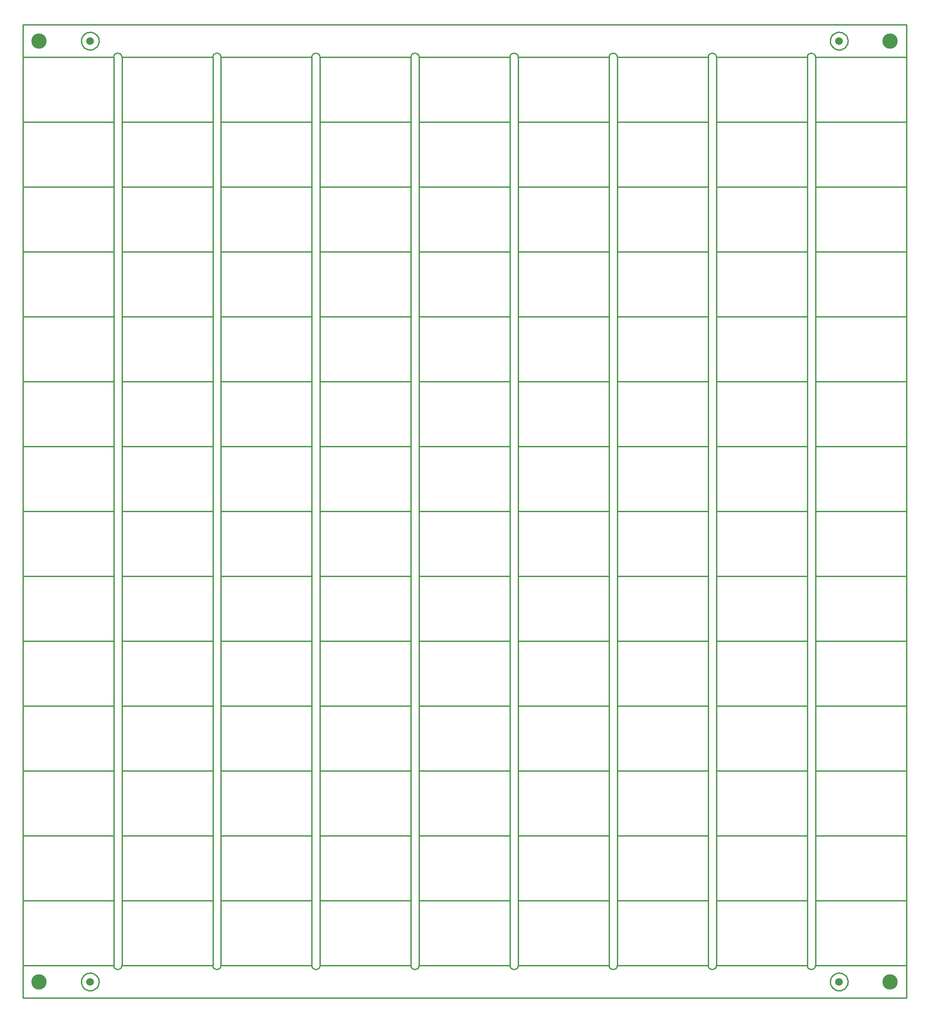
<source format=gbr>
*
%FSLAX24Y24*%
%MOIN*%
%ADD10C,0.010000*%
%ADD11C,0.118110*%
%ADD12C,0.059060*%
%ADD13C,0.009840*%
%IPPOS*%
%LNoutline.gbr*%
%LPD*%
G75*
G54D10*
X000800Y002138D02*
X007800D01*
Y007138D01*
X000800D01*
Y-000362D01*
Y007138D02*
X007800D01*
Y012138D01*
X000800D01*
Y007138D01*
Y012138D02*
X007800D01*
Y017138D01*
X000800D01*
Y012138D01*
Y017138D02*
X007800D01*
Y022138D01*
X000800D01*
Y017138D01*
Y022138D02*
X007800D01*
Y027138D01*
X000800D01*
Y022138D01*
Y027138D02*
X007800D01*
Y032138D01*
X000800D01*
Y027138D01*
Y032138D02*
X007800D01*
Y037138D01*
X000800D01*
Y032138D01*
Y037138D02*
X007800D01*
Y042138D01*
X000800D01*
Y037138D01*
Y042138D02*
X007800D01*
Y047138D01*
X000800D01*
Y042138D01*
Y047138D02*
X007800D01*
Y052138D01*
X000800D01*
Y047138D01*
Y052138D02*
X007800D01*
Y057138D01*
X000800D01*
Y052138D01*
Y057138D02*
X007800D01*
Y062138D01*
X000800D01*
Y057138D01*
Y062138D02*
X007800D01*
Y067138D01*
X000800D01*
Y062138D01*
Y067138D02*
X007800D01*
Y072138D01*
X000800D01*
Y074638D02*
Y067138D01*
X008430Y002138D02*
X015430D01*
Y007138D01*
X008430D01*
Y002138D01*
Y007138D02*
X015430D01*
Y012138D01*
X008430D01*
Y007138D01*
Y012138D02*
X015430D01*
Y017138D01*
X008430D01*
Y012138D01*
Y017138D02*
X015430D01*
Y022138D01*
X008430D01*
Y017138D01*
Y022138D02*
X015430D01*
Y027138D01*
X008430D01*
Y022138D01*
Y027138D02*
X015430D01*
Y032138D01*
X008430D01*
Y027138D01*
Y032138D02*
X015430D01*
Y037138D01*
X008430D01*
Y032138D01*
Y037138D02*
X015430D01*
Y042138D01*
X008430D01*
Y037138D01*
Y042138D02*
X015430D01*
Y047138D01*
X008430D01*
Y042138D01*
Y047138D02*
X015430D01*
Y052138D01*
X008430D01*
Y047138D01*
Y052138D02*
X015430D01*
Y057138D01*
X008430D01*
Y052138D01*
Y057138D02*
X015430D01*
Y062138D01*
X008430D01*
Y057138D01*
Y062138D02*
X015430D01*
Y067138D01*
X008430D01*
Y062138D01*
Y067138D02*
X015430D01*
Y072138D01*
X008430D01*
Y067138D01*
X016060Y002138D02*
X023060D01*
Y007138D01*
X016060D01*
Y002138D01*
Y007138D02*
X023060D01*
Y012138D01*
X016060D01*
Y007138D01*
Y012138D02*
X023060D01*
Y017138D01*
X016060D01*
Y012138D01*
Y017138D02*
X023060D01*
Y022138D01*
X016060D01*
Y017138D01*
Y022138D02*
X023060D01*
Y027138D01*
X016060D01*
Y022138D01*
Y027138D02*
X023060D01*
Y032138D01*
X016060D01*
Y027138D01*
Y032138D02*
X023060D01*
Y037138D01*
X016060D01*
Y032138D01*
Y037138D02*
X023060D01*
Y042138D01*
X016060D01*
Y037138D01*
Y042138D02*
X023060D01*
Y047138D01*
X016060D01*
Y042138D01*
Y047138D02*
X023060D01*
Y052138D01*
X016060D01*
Y047138D01*
Y052138D02*
X023060D01*
Y057138D01*
X016060D01*
Y052138D01*
Y057138D02*
X023060D01*
Y062138D01*
X016060D01*
Y057138D01*
Y062138D02*
X023060D01*
Y067138D01*
X016060D01*
Y062138D01*
Y067138D02*
X023060D01*
Y072138D01*
X016060D01*
Y067138D01*
X023690Y002138D02*
X030690D01*
Y007138D01*
X023690D01*
Y002138D01*
Y007138D02*
X030690D01*
Y012138D01*
X023690D01*
Y007138D01*
Y012138D02*
X030690D01*
Y017138D01*
X023690D01*
Y012138D01*
Y017138D02*
X030690D01*
Y022138D01*
X023690D01*
Y017138D01*
Y022138D02*
X030690D01*
Y027138D01*
X023690D01*
Y022138D01*
Y027138D02*
X030690D01*
Y032138D01*
X023690D01*
Y027138D01*
Y032138D02*
X030690D01*
Y037138D01*
X023690D01*
Y032138D01*
Y037138D02*
X030690D01*
Y042138D01*
X023690D01*
Y037138D01*
Y042138D02*
X030690D01*
Y047138D01*
X023690D01*
Y042138D01*
Y047138D02*
X030690D01*
Y052138D01*
X023690D01*
Y047138D01*
Y052138D02*
X030690D01*
Y057138D01*
X023690D01*
Y052138D01*
Y057138D02*
X030690D01*
Y062138D01*
X023690D01*
Y057138D01*
Y062138D02*
X030690D01*
Y067138D01*
X023690D01*
Y062138D01*
Y067138D02*
X030690D01*
Y072138D01*
X023690D01*
Y067138D01*
X031320Y002138D02*
X038320D01*
Y007138D01*
X031320D01*
Y002138D01*
Y007138D02*
X038320D01*
Y012138D01*
X031320D01*
Y007138D01*
Y012138D02*
X038320D01*
Y017138D01*
X031320D01*
Y012138D01*
Y017138D02*
X038320D01*
Y022138D01*
X031320D01*
Y017138D01*
Y022138D02*
X038320D01*
Y027138D01*
X031320D01*
Y022138D01*
Y027138D02*
X038320D01*
Y032138D01*
X031320D01*
Y027138D01*
Y032138D02*
X038320D01*
Y037138D01*
X031320D01*
Y032138D01*
Y037138D02*
X038320D01*
Y042138D01*
X031320D01*
Y037138D01*
Y042138D02*
X038320D01*
Y047138D01*
X031320D01*
Y042138D01*
Y047138D02*
X038320D01*
Y052138D01*
X031320D01*
Y047138D01*
Y052138D02*
X038320D01*
Y057138D01*
X031320D01*
Y052138D01*
Y057138D02*
X038320D01*
Y062138D01*
X031320D01*
Y057138D01*
Y062138D02*
X038320D01*
Y067138D01*
X031320D01*
Y062138D01*
Y067138D02*
X038320D01*
Y072138D01*
X031320D01*
Y067138D01*
X038950Y002138D02*
X045950D01*
Y007138D01*
X038950D01*
Y002138D01*
Y007138D02*
X045950D01*
Y012138D01*
X038950D01*
Y007138D01*
Y012138D02*
X045950D01*
Y017138D01*
X038950D01*
Y012138D01*
Y017138D02*
X045950D01*
Y022138D01*
X038950D01*
Y017138D01*
Y022138D02*
X045950D01*
Y027138D01*
X038950D01*
Y022138D01*
Y027138D02*
X045950D01*
Y032138D01*
X038950D01*
Y027138D01*
Y032138D02*
X045950D01*
Y037138D01*
X038950D01*
Y032138D01*
Y037138D02*
X045950D01*
Y042138D01*
X038950D01*
Y037138D01*
Y042138D02*
X045950D01*
Y047138D01*
X038950D01*
Y042138D01*
Y047138D02*
X045950D01*
Y052138D01*
X038950D01*
Y047138D01*
Y052138D02*
X045950D01*
Y057138D01*
X038950D01*
Y052138D01*
Y057138D02*
X045950D01*
Y062138D01*
X038950D01*
Y057138D01*
Y062138D02*
X045950D01*
Y067138D01*
X038950D01*
Y062138D01*
Y067138D02*
X045950D01*
Y072138D01*
X038950D01*
Y067138D01*
X046580Y002138D02*
X053580D01*
Y007138D01*
X046580D01*
Y002138D01*
Y007138D02*
X053580D01*
Y012138D01*
X046580D01*
Y007138D01*
Y012138D02*
X053580D01*
Y017138D01*
X046580D01*
Y012138D01*
Y017138D02*
X053580D01*
Y022138D01*
X046580D01*
Y017138D01*
Y022138D02*
X053580D01*
Y027138D01*
X046580D01*
Y022138D01*
Y027138D02*
X053580D01*
Y032138D01*
X046580D01*
Y027138D01*
Y032138D02*
X053580D01*
Y037138D01*
X046580D01*
Y032138D01*
Y037138D02*
X053580D01*
Y042138D01*
X046580D01*
Y037138D01*
Y042138D02*
X053580D01*
Y047138D01*
X046580D01*
Y042138D01*
Y047138D02*
X053580D01*
Y052138D01*
X046580D01*
Y047138D01*
Y052138D02*
X053580D01*
Y057138D01*
X046580D01*
Y052138D01*
Y057138D02*
X053580D01*
Y062138D01*
X046580D01*
Y057138D01*
Y062138D02*
X053580D01*
Y067138D01*
X046580D01*
Y062138D01*
Y067138D02*
X053580D01*
Y072138D01*
X046580D01*
Y067138D01*
X054209Y002138D02*
X061209D01*
Y007138D01*
X054209D01*
Y002138D01*
Y007138D02*
X061209D01*
Y012138D01*
X054209D01*
Y007138D01*
Y012138D02*
X061209D01*
Y017138D01*
X054209D01*
Y012138D01*
Y017138D02*
X061209D01*
Y022138D01*
X054209D01*
Y017138D01*
Y022138D02*
X061209D01*
Y027138D01*
X054209D01*
Y022138D01*
Y027138D02*
X061209D01*
Y032138D01*
X054209D01*
Y027138D01*
Y032138D02*
X061209D01*
Y037138D01*
X054209D01*
Y032138D01*
Y037138D02*
X061209D01*
Y042138D01*
X054209D01*
Y037138D01*
Y042138D02*
X061209D01*
Y047138D01*
X054209D01*
Y042138D01*
Y047138D02*
X061209D01*
Y052138D01*
X054209D01*
Y047138D01*
Y052138D02*
X061209D01*
Y057138D01*
X054209D01*
Y052138D01*
Y057138D02*
X061209D01*
Y062138D01*
X054209D01*
Y057138D01*
Y062138D02*
X061209D01*
Y067138D01*
X054209D01*
Y062138D01*
Y067138D02*
X061209D01*
Y072138D01*
X054209D01*
Y067138D01*
X061839Y002138D02*
X068839D01*
Y-000362D02*
Y007138D01*
X061839D01*
Y002138D01*
Y007138D02*
X068839D01*
Y012138D01*
X061839D01*
Y007138D01*
Y012138D02*
X068839D01*
Y017138D01*
X061839D01*
Y012138D01*
Y017138D02*
X068839D01*
Y022138D01*
X061839D01*
Y017138D01*
Y022138D02*
X068839D01*
Y027138D01*
X061839D01*
Y022138D01*
Y027138D02*
X068839D01*
Y032138D01*
X061839D01*
Y027138D01*
Y032138D02*
X068839D01*
Y037138D01*
X061839D01*
Y032138D01*
Y037138D02*
X068839D01*
Y042138D01*
X061839D01*
Y037138D01*
Y042138D02*
X068839D01*
Y047138D01*
X061839D01*
Y042138D01*
Y047138D02*
X068839D01*
Y052138D01*
X061839D01*
Y047138D01*
Y052138D02*
X068839D01*
Y057138D01*
X061839D01*
Y052138D01*
Y057138D02*
X068839D01*
Y062138D01*
X061839D01*
Y057138D01*
Y062138D02*
X068839D01*
Y067138D01*
X061839D01*
Y062138D01*
Y067138D02*
X068839D01*
Y074638D01*
Y072138D02*
X061839D01*
Y067138D01*
X068839Y074638D02*
X000800D01*
Y-000362D02*
X068839D01*
G54D11*
X067589Y000888D03*
G54D12*
X063652D03*
G54D13*
Y000209D02*
X063536Y000218D01*
X063424Y000247D01*
X063318Y000295D01*
X063222Y000361D01*
X063138Y000442D01*
X063070Y000536D01*
X063018Y000640D01*
X062985Y000752D01*
X062972Y000867D01*
X062978Y000984D01*
X063005Y001097D01*
X063050Y001204D01*
X063112Y001302D01*
X063191Y001388D01*
X063283Y001459D01*
X063385Y001514D01*
X063496Y001550D01*
X063611Y001567D01*
X063652D01*
X063768Y001558D01*
X063880Y001529D01*
X063986Y001481D01*
X064082Y001415D01*
X064166Y001334D01*
X064234Y001240D01*
X064286Y001136D01*
X064319Y001024D01*
X064332Y000908D01*
X064326Y000792D01*
X064300Y000679D01*
X064254Y000572D01*
X064192Y000474D01*
X064113Y000388D01*
X064021Y000317D01*
X063919Y000262D01*
X063808Y000226D01*
X063693Y000209D01*
X063652D01*
G54D11*
X067589Y073388D03*
G54D12*
X063652D03*
G54D13*
Y072709D02*
X063536Y072718D01*
X063424Y072747D01*
X063318Y072795D01*
X063222Y072861D01*
X063138Y072942D01*
X063070Y073036D01*
X063018Y073140D01*
X062985Y073252D01*
X062972Y073367D01*
X062978Y073484D01*
X063005Y073597D01*
X063050Y073704D01*
X063112Y073802D01*
X063191Y073888D01*
X063283Y073959D01*
X063385Y074014D01*
X063496Y074050D01*
X063611Y074067D01*
X063652D01*
X063768Y074058D01*
X063880Y074029D01*
X063986Y073981D01*
X064082Y073915D01*
X064166Y073834D01*
X064234Y073740D01*
X064286Y073636D01*
X064319Y073524D01*
X064332Y073408D01*
X064326Y073292D01*
X064300Y073179D01*
X064254Y073072D01*
X064192Y072974D01*
X064113Y072888D01*
X064021Y072817D01*
X063919Y072762D01*
X063808Y072726D01*
X063693Y072709D01*
X063652D01*
G54D11*
X002050Y073388D03*
G54D12*
X005987D03*
G54D13*
Y072709D02*
X006103Y072718D01*
X006215Y072747D01*
X006321Y072795D01*
X006417Y072861D01*
X006501Y072942D01*
X006569Y073036D01*
X006621Y073140D01*
X006654Y073252D01*
X006667Y073367D01*
X006661Y073484D01*
X006634Y073597D01*
X006589Y073704D01*
X006527Y073802D01*
X006448Y073888D01*
X006356Y073959D01*
X006254Y074014D01*
X006143Y074050D01*
X006028Y074067D01*
X005987D01*
X005871Y074058D01*
X005759Y074029D01*
X005653Y073981D01*
X005557Y073915D01*
X005473Y073834D01*
X005405Y073740D01*
X005353Y073636D01*
X005320Y073524D01*
X005307Y073408D01*
X005313Y073292D01*
X005339Y073179D01*
X005385Y073072D01*
X005447Y072974D01*
X005526Y072888D01*
X005618Y072817D01*
X005720Y072762D01*
X005831Y072726D01*
X005946Y072709D01*
X005987D01*
G54D11*
X002050Y000888D03*
G54D12*
X005987D03*
G54D13*
Y000209D02*
X006103Y000218D01*
X006215Y000247D01*
X006321Y000295D01*
X006417Y000361D01*
X006501Y000442D01*
X006569Y000536D01*
X006621Y000640D01*
X006654Y000752D01*
X006667Y000867D01*
X006661Y000984D01*
X006634Y001097D01*
X006589Y001204D01*
X006527Y001302D01*
X006448Y001388D01*
X006356Y001459D01*
X006254Y001514D01*
X006143Y001550D01*
X006028Y001567D01*
X005987D01*
X005871Y001558D01*
X005759Y001529D01*
X005653Y001481D01*
X005557Y001415D01*
X005473Y001334D01*
X005405Y001240D01*
X005353Y001136D01*
X005320Y001024D01*
X005307Y000908D01*
X005313Y000792D01*
X005339Y000679D01*
X005385Y000572D01*
X005447Y000474D01*
X005526Y000388D01*
X005618Y000317D01*
X005720Y000262D01*
X005831Y000226D01*
X005946Y000209D01*
X005987D01*
G54D10*
X008430Y072138D02*
G03X007800Y072138I-000315J000000D01*
X008430Y002138D02*
G02X007800Y002138I-000315J000000D01*
X016060Y072138D02*
G03X015430Y072138I-000315J000000D01*
X016060Y002138D02*
G02X015430Y002138I-000315J000000D01*
X023690Y072138D02*
G03X023060Y072138I-000315J000000D01*
X023690Y002138D02*
G02X023060Y002138I-000315J000000D01*
X031320Y072138D02*
G03X030690Y072138I-000315J000000D01*
X031320Y002138D02*
G02X030690Y002138I-000315J000000D01*
X038950Y072138D02*
G03X038320Y072138I-000315J000000D01*
X038950Y002138D02*
G02X038320Y002138I-000315J000000D01*
X046580Y072138D02*
G03X045950Y072138I-000315J000000D01*
X046580Y002138D02*
G02X045950Y002138I-000315J000000D01*
X054209Y072138D02*
G03X053580Y072138I-000315J000000D01*
X054209Y002138D02*
G02X053580Y002138I-000315J000000D01*
X061839Y072138D02*
G03X061209Y072138I-000315J000000D01*
X061839Y002138D02*
G02X061209Y002138I-000315J000000D01*
M02*

</source>
